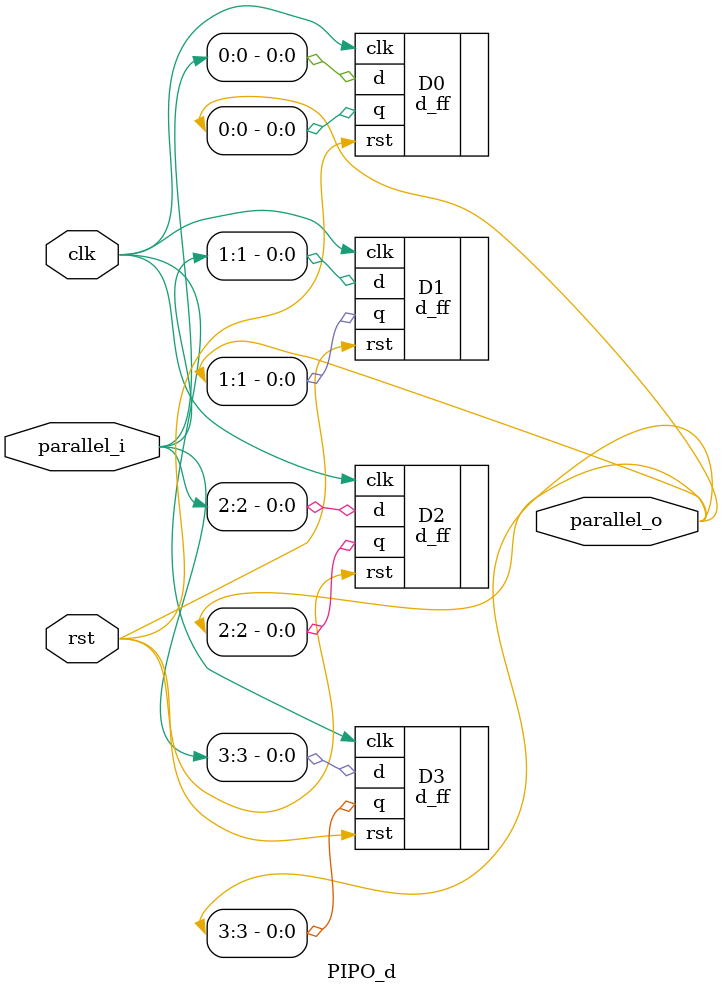
<source format=v>
`timescale 1ns / 1ps


module PIPO_d(
 input clk,rst,
 input [3:0]parallel_i,
 output [3:0]parallel_o
    );
    
    d_ff D0(.clk(clk),.rst(rst),.d(parallel_i[0]),.q(parallel_o[0]));
    d_ff D1(.clk(clk),.rst(rst),.d(parallel_i[1]),.q(parallel_o[1]));
    d_ff D2(.clk(clk),.rst(rst),.d(parallel_i[2]),.q(parallel_o[2]));
    d_ff D3(.clk(clk),.rst(rst),.d(parallel_i[3]),.q(parallel_o[3]));

endmodule

</source>
